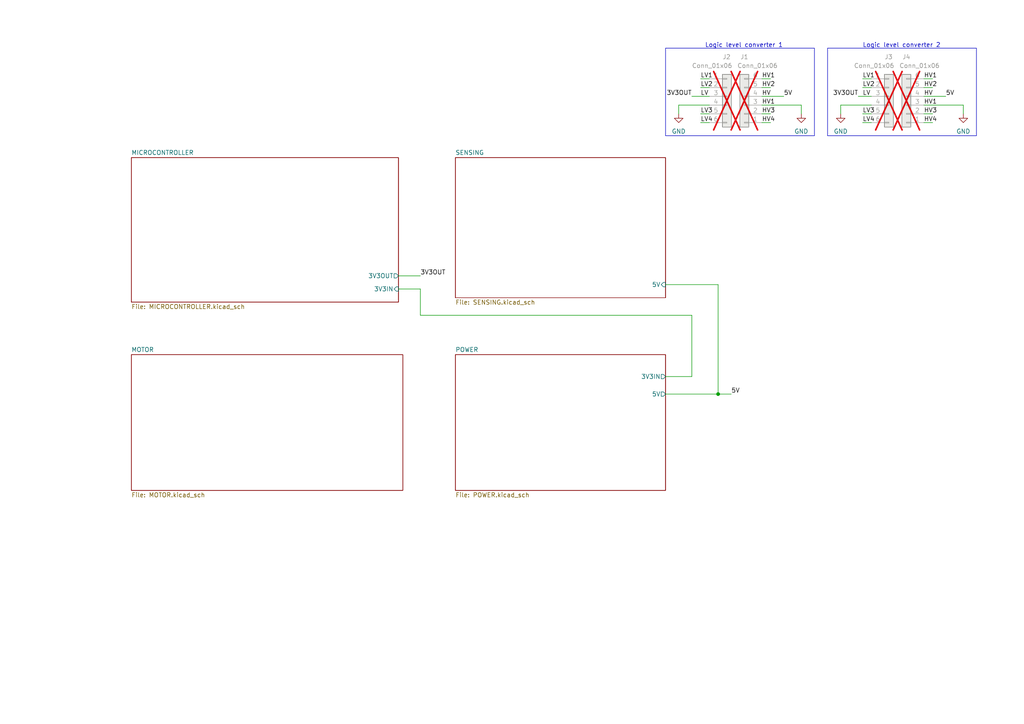
<source format=kicad_sch>
(kicad_sch (version 20230121) (generator eeschema)
  (paper "A4")
  (lib_symbols
    (symbol "Connector_Generic:Conn_01x06" (pin_names (offset 1.016) hide)
      (property "Reference" "J" (at 0 7.62 0))
      (property "Value" "Conn_01x06" (at 0 -10.16 0))
      (symbol "Conn_01x06_1_1"
        (rectangle (start -1.27 -7.493) (end 0 -7.747) (stroke (width 0.1524)))
        (rectangle (start -1.27 -4.953) (end 0 -5.207) (stroke (width 0.1524)))
        (rectangle (start -1.27 -2.413) (end 0 -2.667) (stroke (width 0.1524)))
        (rectangle (start -1.27 0.127) (end 0 -0.127) (stroke (width 0.1524)))
        (rectangle (start -1.27 2.667) (end 0 2.413) (stroke (width 0.1524)))
        (rectangle (start -1.27 5.207) (end 0 4.953) (stroke (width 0.1524)))
        (rectangle (start -1.27 6.35) (end 1.27 -8.89) (stroke (width 0.254)) (fill (type background)))
        (pin passive line (at -5.08 5.08 0) (length 3.81) (name "Pin_1") (number "1"))
        (pin passive line (at -5.08 2.54 0) (length 3.81) (name "Pin_2") (number "2"))
        (pin passive line (at -5.08 0 0) (length 3.81) (name "Pin_3") (number "3"))
        (pin passive line (at -5.08 -2.54 0) (length 3.81) (name "Pin_4") (number "4"))
        (pin passive line (at -5.08 -5.08 0) (length 3.81) (name "Pin_5") (number "5"))
        (pin passive line (at -5.08 -7.62 0) (length 3.81) (name "Pin_6") (number "6"))
      )
    )
    (symbol "power:GND" (power) (pin_names (offset 0))
      (property "Value" "GND" (at 0 -3.81 0))
      (symbol "GND_0_1"
        (polyline (pts (xy 0 0) (xy 0 -1.27) (xy 1.27 -1.27) (xy 0 -2.54) (xy -1.27 -1.27) (xy 0 -1.27)))
      )
      (symbol "GND_1_1"
        (pin power_in line (at 0 0 270) (length 0) hide (name "GND") (number "1"))
      )
    )
  )
  (junction (at 208.28 114.3))
  (wire (pts (xy 220.98 27.94) (xy 227.33 27.94)))
  (wire (pts (xy 267.97 33.02) (xy 270.51 33.02)))
  (wire (pts (xy 203.2 25.4) (xy 205.74 25.4)))
  (wire (pts (xy 115.57 80.01) (xy 121.92 80.01)))
  (wire (pts (xy 267.97 35.56) (xy 270.51 35.56)))
  (wire (pts (xy 250.19 33.02) (xy 252.73 33.02)))
  (wire (pts (xy 267.97 25.4) (xy 270.51 25.4)))
  (wire (pts (xy 220.98 35.56) (xy 223.52 35.56)))
  (wire (pts (xy 121.92 91.44) (xy 200.66 91.44)))
  (wire (pts (xy 250.19 25.4) (xy 252.73 25.4)))
  (wire (pts (xy 208.28 114.3) (xy 212.09 114.3)))
  (wire (pts (xy 193.04 114.3) (xy 208.28 114.3)))
  (wire (pts (xy 200.66 27.94) (xy 205.74 27.94)))
  (wire (pts (xy 279.4 30.48) (xy 279.4 33.02)))
  (wire (pts (xy 203.2 33.02) (xy 205.74 33.02)))
  (wire (pts (xy 220.98 30.48) (xy 232.41 30.48)))
  (wire (pts (xy 196.85 30.48) (xy 196.85 33.02)))
  (wire (pts (xy 267.97 30.48) (xy 279.4 30.48)))
  (wire (pts (xy 267.97 22.86) (xy 270.51 22.86)))
  (wire (pts (xy 232.41 30.48) (xy 232.41 33.02)))
  (wire (pts (xy 250.19 35.56) (xy 252.73 35.56)))
  (wire (pts (xy 193.04 82.55) (xy 208.28 82.55)))
  (wire (pts (xy 250.19 22.86) (xy 252.73 22.86)))
  (wire (pts (xy 203.2 35.56) (xy 205.74 35.56)))
  (wire (pts (xy 267.97 27.94) (xy 274.32 27.94)))
  (wire (pts (xy 200.66 91.44) (xy 200.66 109.22)))
  (wire (pts (xy 121.92 91.44) (xy 121.92 83.82)))
  (wire (pts (xy 220.98 25.4) (xy 223.52 25.4)))
  (wire (pts (xy 220.98 22.86) (xy 223.52 22.86)))
  (wire (pts (xy 121.92 83.82) (xy 115.57 83.82)))
  (wire (pts (xy 193.04 109.22) (xy 200.66 109.22)))
  (wire (pts (xy 243.84 30.48) (xy 252.73 30.48)))
  (wire (pts (xy 243.84 30.48) (xy 243.84 33.02)))
  (wire (pts (xy 203.2 22.86) (xy 205.74 22.86)))
  (wire (pts (xy 220.98 33.02) (xy 223.52 33.02)))
  (wire (pts (xy 208.28 82.55) (xy 208.28 114.3)))
  (wire (pts (xy 196.85 30.48) (xy 205.74 30.48)))
  (wire (pts (xy 248.92 27.94) (xy 252.73 27.94)))
  (rectangle (start 193.04 13.97) (end 236.22 39.37))
  (rectangle (start 240.03 13.97) (end 283.21 39.37))
  (text "Logic level converter 1" (at 204.47 13.97 0) (effects (font (size 1.27 1.27)) (justify left bottom)))
  (text "Logic level converter 2\n" (at 250.19 13.97 0) (effects (font (size 1.27 1.27)) (justify left bottom)))
  (label "LV1" (at 203.2 22.86 0))
  (label "HV" (at 220.98 27.94 0))
  (label "HV4" (at 220.98 35.56 0))
  (label "HV1" (at 267.97 30.48 0))
  (label "HV2" (at 267.97 25.4 0))
  (label "LV" (at 203.2 27.94 0))
  (label "HV1" (at 220.98 30.48 0))
  (label "5V" (at 227.33 27.94 0))
  (label "LV3" (at 203.2 33.02 0))
  (label "5V" (at 274.32 27.94 0))
  (label "LV" (at 250.19 27.94 0))
  (label "3V3OUT" (at 248.92 27.94 180))
  (label "LV2" (at 203.2 25.4 0))
  (label "LV4" (at 250.19 35.56 0))
  (label "HV4" (at 267.97 35.56 0))
  (label "HV3" (at 220.98 33.02 0))
  (label "HV1" (at 267.97 22.86 0))
  (label "HV" (at 267.97 27.94 0))
  (label "LV3" (at 250.19 33.02 0))
  (label "LV1" (at 250.19 22.86 0))
  (label "3V3OUT" (at 200.66 27.94 180))
  (label "HV3" (at 267.97 33.02 0))
  (label "LV2" (at 250.19 25.4 0))
  (label "5V" (at 212.09 114.3 0))
  (label "HV2" (at 220.98 25.4 0))
  (label "LV4" (at 203.2 35.56 0))
  (label "3V3OUT" (at 121.92 80.01 0))
  (label "HV1" (at 220.98 22.86 0))
  (symbol (lib_id "Connector_Generic:Conn_01x06") (at 257.81 27.94 0) (unit 1) (dnp yes)
    (property "Reference" "J3" (at 256.54 16.51 0) (effects (justify left)))
    (property "Value" "Conn_01x06" (at 247.65 19.05 0) (effects (justify left)))
  )
  (symbol (lib_id "power:GND") (at 232.41 33.02 0) (unit 1)
    (property "Reference" "#PWR03" (effects hide))
    (property "Value" "GND" (at 232.41 38.1 0))
  )
  (symbol (lib_id "power:GND") (at 279.4 33.02 0) (unit 1)
    (property "Reference" "#PWR06" (effects hide))
    (property "Value" "GND" (at 279.4 38.1 0))
  )
  (symbol (lib_id "Connector_Generic:Conn_01x06") (at 210.82 27.94 0) (unit 1) (dnp yes)
    (property "Reference" "J2" (at 209.55 16.51 0) (effects (justify left)))
    (property "Value" "Conn_01x06" (at 200.66 19.05 0) (effects (justify left)))
  )
  (symbol (lib_id "power:GND") (at 196.85 33.02 0) (unit 1)
    (property "Reference" "#PWR04" (effects hide))
    (property "Value" "GND" (at 196.85 38.1 0))
  )
  (symbol (lib_id "Connector_Generic:Conn_01x06") (at 262.89 30.48 180) (unit 1) (dnp yes)
    (property "Reference" "J4" (at 262.89 16.51 0))
    (property "Value" "Conn_01x06" (at 266.7 19.05 0))
  )
  (symbol (lib_id "power:GND") (at 243.84 33.02 0) (unit 1)
    (property "Reference" "#PWR05" (effects hide))
    (property "Value" "GND" (at 243.84 38.1 0))
  )
  (symbol (lib_id "Connector_Generic:Conn_01x06") (at 215.9 30.48 180) (unit 1) (dnp yes)
    (property "Reference" "J1" (at 215.9 16.51 0))
    (property "Value" "Conn_01x06" (at 219.71 19.05 0))
  )
  (sheet (at 38.1 102.87) (size 78.74 39.37) (stroke (width 0.1524))
    (property "Sheetname" "MOTOR" (at 38.1 102.1584 0) (effects (justify left bottom)))
    (property "Sheetfile" "MOTOR.kicad_sch" (at 38.1 142.8246 0) (effects (justify left top)))
  )
  (sheet (at 132.08 45.72) (size 60.96 40.64) (stroke (width 0.1524))
    (property "Sheetname" "SENSING" (at 132.08 45.0084 0) (effects (justify left bottom)))
    (property "Sheetfile" "SENSING.kicad_sch" (at 132.08 86.9446 0) (effects (justify left top)))
    (pin "5V" input (at 193.04 82.55 0))
  )
  (sheet (at 38.1 45.72) (size 77.47 41.91) (stroke (width 0.1524))
    (property "Sheetname" "MICROCONTROLLER" (at 38.1 45.0084 0) (effects (justify left bottom)))
    (property "Sheetfile" "MICROCONTROLLER.kicad_sch" (at 38.1 88.2146 0) (effects (justify left top)))
    (pin "3V3IN" input (at 115.57 83.82 0))
    (pin "3V3OUT" output (at 115.57 80.01 0))
  )
  (sheet (at 132.08 102.87) (size 60.96 39.37) (stroke (width 0.1524))
    (property "Sheetname" "POWER" (at 132.08 102.1584 0) (effects (justify left bottom)))
    (property "Sheetfile" "POWER.kicad_sch" (at 132.08 142.8246 0) (effects (justify left top)))
    (pin "5V" output (at 193.04 114.3 0))
    (pin "3V3IN" output (at 193.04 109.22 0))
  )
)
</source>
